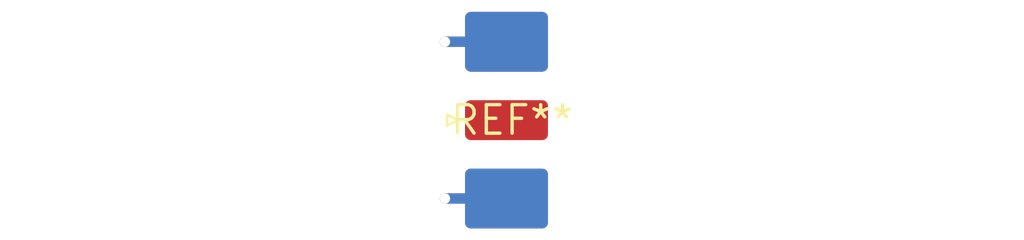
<source format=kicad_pcb>
(kicad_pcb (version 20240108) (generator pcbnew)
  (layers (0 "F.Cu" signal) (31 "B.Cu" signal) (34 "B.Paste" user) (35 "F.Paste" user) (36 "B.SilkS" user "B.Silkscreen") (37 "F.SilkS" user "F.Silkscreen") (38 "B.Mask" user) (39 "F.Mask" user) (44 "Edge.Cuts" user))
  (net 0 "")
  (footprint "SMA_Molex_73251-2120_EdgeMount_Horizontal" (layer "F.Cu") (at 0 0)
    (property "Reference" "REF**")
    (property "Value" "SMA_Molex_73251-2120_EdgeMount_Horizontal")
    (fp_line (start -0.25 -3.4925) (end -2.985 -3.4925) (layer "F.Cu") (stroke (width 0.46)))
    (fp_line (start -0.25 3.4925) (end -2.985 3.4925) (layer "F.Cu") (stroke (width 0.46)))
    (fp_line (start -0.25 -3.4925) (end -2.985 -3.4925) (layer "B.Cu") (stroke (width 0.46)))
    (fp_line (start -0.25 3.4925) (end -2.985 3.4925) (layer "B.Cu") (stroke (width 0.46)))
    (fp_line (start -2.9 -0.25) (end -2.9 0.25) (layer "F.SilkS") (stroke (width 0.12)))
    (fp_line (start -2.9 0.25) (end -2.4 0) (layer "F.SilkS") (stroke (width 0.12)))
    (fp_line (start -2.4 0) (end -2.9 -0.25) (layer "F.SilkS") (stroke (width 0.12)))
    (pad "1" smd roundrect (at -0.25 0) (size 3.69 1.78) (layers "F.Cu" "F.Paste" "F.Mask") (roundrect_rratio 0.1404494382))
    (pad "2" thru_hole circle (at -2.985 -3.4925) (size 0.97 0.97) (drill 0.46) (layers *.Cu) (remove_unused_layers))
    (pad "2" thru_hole circle (at -2.985 3.4925) (size 0.97 0.97) (drill 0.46) (layers *.Cu) (remove_unused_layers))
    (pad "2" smd roundrect (at -0.25 -3.4925) (size 3.69 2.665) (layers "F.Cu" "F.Paste" "F.Mask") (roundrect_rratio 0.09380863039))
    (pad "2" smd roundrect (at -0.25 -3.4925) (size 3.69 2.665) (layers "B.Cu" "B.Paste" "B.Mask") (roundrect_rratio 0.09380863039))
    (pad "2" smd roundrect (at -0.25 3.4925) (size 3.69 2.665) (layers "F.Cu" "F.Paste" "F.Mask") (roundrect_rratio 0.09380863039))
    (pad "2" smd roundrect (at -0.25 3.4925) (size 3.69 2.665) (layers "B.Cu" "B.Paste" "B.Mask") (roundrect_rratio 0.09380863039))
  )
)
</source>
